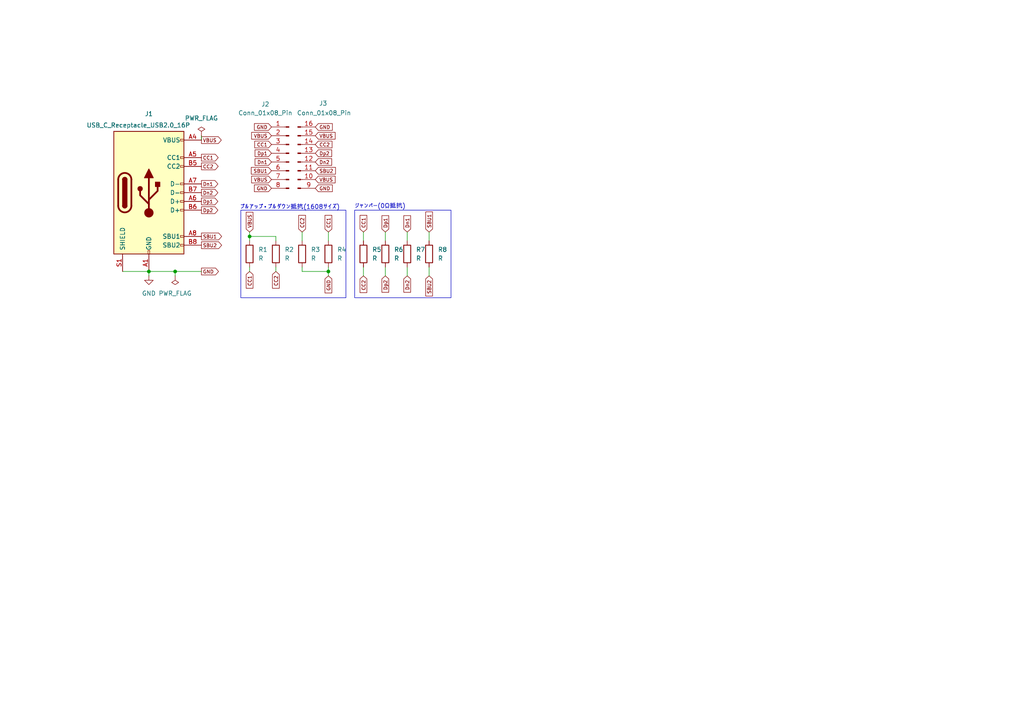
<source format=kicad_sch>
(kicad_sch
	(version 20231120)
	(generator "eeschema")
	(generator_version "8.0")
	(uuid "cccf7ef2-a0da-425d-95e4-3695b6a9bec8")
	(paper "A4")
	(lib_symbols
		(symbol "Conn_01x08_Pin_1"
			(pin_names
				(offset 1.016) hide)
			(exclude_from_sim no)
			(in_bom yes)
			(on_board yes)
			(property "Reference" "J3"
				(at 7.366 14.478 0)
				(effects
					(font
						(size 1.27 1.27)
					)
				)
			)
			(property "Value" "Conn_01x08_Pin"
				(at 7.62 11.684 0)
				(effects
					(font
						(size 1.27 1.27)
					)
				)
			)
			(property "Footprint" ""
				(at 0 0 0)
				(effects
					(font
						(size 1.27 1.27)
					)
					(hide yes)
				)
			)
			(property "Datasheet" "~"
				(at 0 0 0)
				(effects
					(font
						(size 1.27 1.27)
					)
					(hide yes)
				)
			)
			(property "Description" "Generic connector, single row, 01x08, script generated"
				(at 0 0 0)
				(effects
					(font
						(size 1.27 1.27)
					)
					(hide yes)
				)
			)
			(property "ki_locked" ""
				(at 0 0 0)
				(effects
					(font
						(size 1.27 1.27)
					)
				)
			)
			(property "ki_keywords" "connector"
				(at 0 0 0)
				(effects
					(font
						(size 1.27 1.27)
					)
					(hide yes)
				)
			)
			(property "ki_fp_filters" "Connector*:*_1x??_*"
				(at 0 0 0)
				(effects
					(font
						(size 1.27 1.27)
					)
					(hide yes)
				)
			)
			(symbol "Conn_01x08_Pin_1_1_1"
				(polyline
					(pts
						(xy 1.27 -10.16) (xy 0.8636 -10.16)
					)
					(stroke
						(width 0.1524)
						(type default)
					)
					(fill
						(type none)
					)
				)
				(polyline
					(pts
						(xy 1.27 -7.62) (xy 0.8636 -7.62)
					)
					(stroke
						(width 0.1524)
						(type default)
					)
					(fill
						(type none)
					)
				)
				(polyline
					(pts
						(xy 1.27 -5.08) (xy 0.8636 -5.08)
					)
					(stroke
						(width 0.1524)
						(type default)
					)
					(fill
						(type none)
					)
				)
				(polyline
					(pts
						(xy 1.27 -2.54) (xy 0.8636 -2.54)
					)
					(stroke
						(width 0.1524)
						(type default)
					)
					(fill
						(type none)
					)
				)
				(polyline
					(pts
						(xy 1.27 0) (xy 0.8636 0)
					)
					(stroke
						(width 0.1524)
						(type default)
					)
					(fill
						(type none)
					)
				)
				(polyline
					(pts
						(xy 1.27 2.54) (xy 0.8636 2.54)
					)
					(stroke
						(width 0.1524)
						(type default)
					)
					(fill
						(type none)
					)
				)
				(polyline
					(pts
						(xy 1.27 5.08) (xy 0.8636 5.08)
					)
					(stroke
						(width 0.1524)
						(type default)
					)
					(fill
						(type none)
					)
				)
				(polyline
					(pts
						(xy 1.27 7.62) (xy 0.8636 7.62)
					)
					(stroke
						(width 0.1524)
						(type default)
					)
					(fill
						(type none)
					)
				)
				(rectangle
					(start 0.8636 -10.033)
					(end 0 -10.287)
					(stroke
						(width 0.1524)
						(type default)
					)
					(fill
						(type outline)
					)
				)
				(rectangle
					(start 0.8636 -7.493)
					(end 0 -7.747)
					(stroke
						(width 0.1524)
						(type default)
					)
					(fill
						(type outline)
					)
				)
				(rectangle
					(start 0.8636 -4.953)
					(end 0 -5.207)
					(stroke
						(width 0.1524)
						(type default)
					)
					(fill
						(type outline)
					)
				)
				(rectangle
					(start 0.8636 -2.413)
					(end 0 -2.667)
					(stroke
						(width 0.1524)
						(type default)
					)
					(fill
						(type outline)
					)
				)
				(rectangle
					(start 0.8636 0.127)
					(end 0 -0.127)
					(stroke
						(width 0.1524)
						(type default)
					)
					(fill
						(type outline)
					)
				)
				(rectangle
					(start 0.8636 2.667)
					(end 0 2.413)
					(stroke
						(width 0.1524)
						(type default)
					)
					(fill
						(type outline)
					)
				)
				(rectangle
					(start 0.8636 5.207)
					(end 0 4.953)
					(stroke
						(width 0.1524)
						(type default)
					)
					(fill
						(type outline)
					)
				)
				(rectangle
					(start 0.8636 7.747)
					(end 0 7.493)
					(stroke
						(width 0.1524)
						(type default)
					)
					(fill
						(type outline)
					)
				)
				(pin passive line
					(at 5.08 -7.62 180)
					(length 3.81)
					(name "Pin_10"
						(effects
							(font
								(size 1.27 1.27)
							)
						)
					)
					(number "10"
						(effects
							(font
								(size 1.27 1.27)
							)
						)
					)
				)
				(pin passive line
					(at 5.08 -5.08 180)
					(length 3.81)
					(name "Pin_11"
						(effects
							(font
								(size 1.27 1.27)
							)
						)
					)
					(number "11"
						(effects
							(font
								(size 1.27 1.27)
							)
						)
					)
				)
				(pin passive line
					(at 5.08 -2.54 180)
					(length 3.81)
					(name "Pin_12"
						(effects
							(font
								(size 1.27 1.27)
							)
						)
					)
					(number "12"
						(effects
							(font
								(size 1.27 1.27)
							)
						)
					)
				)
				(pin passive line
					(at 5.08 0 180)
					(length 3.81)
					(name "Pin_13"
						(effects
							(font
								(size 1.27 1.27)
							)
						)
					)
					(number "13"
						(effects
							(font
								(size 1.27 1.27)
							)
						)
					)
				)
				(pin passive line
					(at 5.08 2.54 180)
					(length 3.81)
					(name "Pin_14"
						(effects
							(font
								(size 1.27 1.27)
							)
						)
					)
					(number "14"
						(effects
							(font
								(size 1.27 1.27)
							)
						)
					)
				)
				(pin passive line
					(at 5.08 5.08 180)
					(length 3.81)
					(name "Pin_15"
						(effects
							(font
								(size 1.27 1.27)
							)
						)
					)
					(number "15"
						(effects
							(font
								(size 1.27 1.27)
							)
						)
					)
				)
				(pin passive line
					(at 5.08 7.62 180)
					(length 3.81)
					(name "Pin_16"
						(effects
							(font
								(size 1.27 1.27)
							)
						)
					)
					(number "16"
						(effects
							(font
								(size 1.27 1.27)
							)
						)
					)
				)
				(pin passive line
					(at 5.08 -10.16 180)
					(length 3.81)
					(name "Pin_9"
						(effects
							(font
								(size 1.27 1.27)
							)
						)
					)
					(number "9"
						(effects
							(font
								(size 1.27 1.27)
							)
						)
					)
				)
			)
		)
		(symbol "Connector:Conn_01x08_Pin"
			(pin_names
				(offset 1.016) hide)
			(exclude_from_sim no)
			(in_bom yes)
			(on_board yes)
			(property "Reference" "J"
				(at 0 10.16 0)
				(effects
					(font
						(size 1.27 1.27)
					)
				)
			)
			(property "Value" "Conn_01x08_Pin"
				(at 0 -12.7 0)
				(effects
					(font
						(size 1.27 1.27)
					)
				)
			)
			(property "Footprint" ""
				(at 0 0 0)
				(effects
					(font
						(size 1.27 1.27)
					)
					(hide yes)
				)
			)
			(property "Datasheet" "~"
				(at 0 0 0)
				(effects
					(font
						(size 1.27 1.27)
					)
					(hide yes)
				)
			)
			(property "Description" "Generic connector, single row, 01x08, script generated"
				(at 0 0 0)
				(effects
					(font
						(size 1.27 1.27)
					)
					(hide yes)
				)
			)
			(property "ki_locked" ""
				(at 0 0 0)
				(effects
					(font
						(size 1.27 1.27)
					)
				)
			)
			(property "ki_keywords" "connector"
				(at 0 0 0)
				(effects
					(font
						(size 1.27 1.27)
					)
					(hide yes)
				)
			)
			(property "ki_fp_filters" "Connector*:*_1x??_*"
				(at 0 0 0)
				(effects
					(font
						(size 1.27 1.27)
					)
					(hide yes)
				)
			)
			(symbol "Conn_01x08_Pin_1_1"
				(polyline
					(pts
						(xy 1.27 -10.16) (xy 0.8636 -10.16)
					)
					(stroke
						(width 0.1524)
						(type default)
					)
					(fill
						(type none)
					)
				)
				(polyline
					(pts
						(xy 1.27 -7.62) (xy 0.8636 -7.62)
					)
					(stroke
						(width 0.1524)
						(type default)
					)
					(fill
						(type none)
					)
				)
				(polyline
					(pts
						(xy 1.27 -5.08) (xy 0.8636 -5.08)
					)
					(stroke
						(width 0.1524)
						(type default)
					)
					(fill
						(type none)
					)
				)
				(polyline
					(pts
						(xy 1.27 -2.54) (xy 0.8636 -2.54)
					)
					(stroke
						(width 0.1524)
						(type default)
					)
					(fill
						(type none)
					)
				)
				(polyline
					(pts
						(xy 1.27 0) (xy 0.8636 0)
					)
					(stroke
						(width 0.1524)
						(type default)
					)
					(fill
						(type none)
					)
				)
				(polyline
					(pts
						(xy 1.27 2.54) (xy 0.8636 2.54)
					)
					(stroke
						(width 0.1524)
						(type default)
					)
					(fill
						(type none)
					)
				)
				(polyline
					(pts
						(xy 1.27 5.08) (xy 0.8636 5.08)
					)
					(stroke
						(width 0.1524)
						(type default)
					)
					(fill
						(type none)
					)
				)
				(polyline
					(pts
						(xy 1.27 7.62) (xy 0.8636 7.62)
					)
					(stroke
						(width 0.1524)
						(type default)
					)
					(fill
						(type none)
					)
				)
				(rectangle
					(start 0.8636 -10.033)
					(end 0 -10.287)
					(stroke
						(width 0.1524)
						(type default)
					)
					(fill
						(type outline)
					)
				)
				(rectangle
					(start 0.8636 -7.493)
					(end 0 -7.747)
					(stroke
						(width 0.1524)
						(type default)
					)
					(fill
						(type outline)
					)
				)
				(rectangle
					(start 0.8636 -4.953)
					(end 0 -5.207)
					(stroke
						(width 0.1524)
						(type default)
					)
					(fill
						(type outline)
					)
				)
				(rectangle
					(start 0.8636 -2.413)
					(end 0 -2.667)
					(stroke
						(width 0.1524)
						(type default)
					)
					(fill
						(type outline)
					)
				)
				(rectangle
					(start 0.8636 0.127)
					(end 0 -0.127)
					(stroke
						(width 0.1524)
						(type default)
					)
					(fill
						(type outline)
					)
				)
				(rectangle
					(start 0.8636 2.667)
					(end 0 2.413)
					(stroke
						(width 0.1524)
						(type default)
					)
					(fill
						(type outline)
					)
				)
				(rectangle
					(start 0.8636 5.207)
					(end 0 4.953)
					(stroke
						(width 0.1524)
						(type default)
					)
					(fill
						(type outline)
					)
				)
				(rectangle
					(start 0.8636 7.747)
					(end 0 7.493)
					(stroke
						(width 0.1524)
						(type default)
					)
					(fill
						(type outline)
					)
				)
				(pin passive line
					(at 5.08 7.62 180)
					(length 3.81)
					(name "Pin_1"
						(effects
							(font
								(size 1.27 1.27)
							)
						)
					)
					(number "1"
						(effects
							(font
								(size 1.27 1.27)
							)
						)
					)
				)
				(pin passive line
					(at 5.08 5.08 180)
					(length 3.81)
					(name "Pin_2"
						(effects
							(font
								(size 1.27 1.27)
							)
						)
					)
					(number "2"
						(effects
							(font
								(size 1.27 1.27)
							)
						)
					)
				)
				(pin passive line
					(at 5.08 2.54 180)
					(length 3.81)
					(name "Pin_3"
						(effects
							(font
								(size 1.27 1.27)
							)
						)
					)
					(number "3"
						(effects
							(font
								(size 1.27 1.27)
							)
						)
					)
				)
				(pin passive line
					(at 5.08 0 180)
					(length 3.81)
					(name "Pin_4"
						(effects
							(font
								(size 1.27 1.27)
							)
						)
					)
					(number "4"
						(effects
							(font
								(size 1.27 1.27)
							)
						)
					)
				)
				(pin passive line
					(at 5.08 -2.54 180)
					(length 3.81)
					(name "Pin_5"
						(effects
							(font
								(size 1.27 1.27)
							)
						)
					)
					(number "5"
						(effects
							(font
								(size 1.27 1.27)
							)
						)
					)
				)
				(pin passive line
					(at 5.08 -5.08 180)
					(length 3.81)
					(name "Pin_6"
						(effects
							(font
								(size 1.27 1.27)
							)
						)
					)
					(number "6"
						(effects
							(font
								(size 1.27 1.27)
							)
						)
					)
				)
				(pin passive line
					(at 5.08 -7.62 180)
					(length 3.81)
					(name "Pin_7"
						(effects
							(font
								(size 1.27 1.27)
							)
						)
					)
					(number "7"
						(effects
							(font
								(size 1.27 1.27)
							)
						)
					)
				)
				(pin passive line
					(at 5.08 -10.16 180)
					(length 3.81)
					(name "Pin_8"
						(effects
							(font
								(size 1.27 1.27)
							)
						)
					)
					(number "8"
						(effects
							(font
								(size 1.27 1.27)
							)
						)
					)
				)
			)
		)
		(symbol "Connector:USB_C_Receptacle_USB2.0_16P"
			(pin_names
				(offset 1.016)
			)
			(exclude_from_sim no)
			(in_bom yes)
			(on_board yes)
			(property "Reference" "J"
				(at 0 22.225 0)
				(effects
					(font
						(size 1.27 1.27)
					)
				)
			)
			(property "Value" "USB_C_Receptacle_USB2.0_16P"
				(at 0 19.685 0)
				(effects
					(font
						(size 1.27 1.27)
					)
				)
			)
			(property "Footprint" ""
				(at 3.81 0 0)
				(effects
					(font
						(size 1.27 1.27)
					)
					(hide yes)
				)
			)
			(property "Datasheet" "https://www.usb.org/sites/default/files/documents/usb_type-c.zip"
				(at 3.81 0 0)
				(effects
					(font
						(size 1.27 1.27)
					)
					(hide yes)
				)
			)
			(property "Description" "USB 2.0-only 16P Type-C Receptacle connector"
				(at 0 0 0)
				(effects
					(font
						(size 1.27 1.27)
					)
					(hide yes)
				)
			)
			(property "ki_keywords" "usb universal serial bus type-C USB2.0"
				(at 0 0 0)
				(effects
					(font
						(size 1.27 1.27)
					)
					(hide yes)
				)
			)
			(property "ki_fp_filters" "USB*C*Receptacle*"
				(at 0 0 0)
				(effects
					(font
						(size 1.27 1.27)
					)
					(hide yes)
				)
			)
			(symbol "USB_C_Receptacle_USB2.0_16P_0_0"
				(rectangle
					(start -0.254 -17.78)
					(end 0.254 -16.764)
					(stroke
						(width 0)
						(type default)
					)
					(fill
						(type none)
					)
				)
				(rectangle
					(start 10.16 -14.986)
					(end 9.144 -15.494)
					(stroke
						(width 0)
						(type default)
					)
					(fill
						(type none)
					)
				)
				(rectangle
					(start 10.16 -12.446)
					(end 9.144 -12.954)
					(stroke
						(width 0)
						(type default)
					)
					(fill
						(type none)
					)
				)
				(rectangle
					(start 10.16 -4.826)
					(end 9.144 -5.334)
					(stroke
						(width 0)
						(type default)
					)
					(fill
						(type none)
					)
				)
				(rectangle
					(start 10.16 -2.286)
					(end 9.144 -2.794)
					(stroke
						(width 0)
						(type default)
					)
					(fill
						(type none)
					)
				)
				(rectangle
					(start 10.16 0.254)
					(end 9.144 -0.254)
					(stroke
						(width 0)
						(type default)
					)
					(fill
						(type none)
					)
				)
				(rectangle
					(start 10.16 2.794)
					(end 9.144 2.286)
					(stroke
						(width 0)
						(type default)
					)
					(fill
						(type none)
					)
				)
				(rectangle
					(start 10.16 7.874)
					(end 9.144 7.366)
					(stroke
						(width 0)
						(type default)
					)
					(fill
						(type none)
					)
				)
				(rectangle
					(start 10.16 10.414)
					(end 9.144 9.906)
					(stroke
						(width 0)
						(type default)
					)
					(fill
						(type none)
					)
				)
				(rectangle
					(start 10.16 15.494)
					(end 9.144 14.986)
					(stroke
						(width 0)
						(type default)
					)
					(fill
						(type none)
					)
				)
			)
			(symbol "USB_C_Receptacle_USB2.0_16P_0_1"
				(rectangle
					(start -10.16 17.78)
					(end 10.16 -17.78)
					(stroke
						(width 0.254)
						(type default)
					)
					(fill
						(type background)
					)
				)
				(arc
					(start -8.89 -3.81)
					(mid -6.985 -5.7067)
					(end -5.08 -3.81)
					(stroke
						(width 0.508)
						(type default)
					)
					(fill
						(type none)
					)
				)
				(arc
					(start -7.62 -3.81)
					(mid -6.985 -4.4423)
					(end -6.35 -3.81)
					(stroke
						(width 0.254)
						(type default)
					)
					(fill
						(type none)
					)
				)
				(arc
					(start -7.62 -3.81)
					(mid -6.985 -4.4423)
					(end -6.35 -3.81)
					(stroke
						(width 0.254)
						(type default)
					)
					(fill
						(type outline)
					)
				)
				(rectangle
					(start -7.62 -3.81)
					(end -6.35 3.81)
					(stroke
						(width 0.254)
						(type default)
					)
					(fill
						(type outline)
					)
				)
				(arc
					(start -6.35 3.81)
					(mid -6.985 4.4423)
					(end -7.62 3.81)
					(stroke
						(width 0.254)
						(type default)
					)
					(fill
						(type none)
					)
				)
				(arc
					(start -6.35 3.81)
					(mid -6.985 4.4423)
					(end -7.62 3.81)
					(stroke
						(width 0.254)
						(type default)
					)
					(fill
						(type outline)
					)
				)
				(arc
					(start -5.08 3.81)
					(mid -6.985 5.7067)
					(end -8.89 3.81)
					(stroke
						(width 0.508)
						(type default)
					)
					(fill
						(type none)
					)
				)
				(circle
					(center -2.54 1.143)
					(radius 0.635)
					(stroke
						(width 0.254)
						(type default)
					)
					(fill
						(type outline)
					)
				)
				(circle
					(center 0 -5.842)
					(radius 1.27)
					(stroke
						(width 0)
						(type default)
					)
					(fill
						(type outline)
					)
				)
				(polyline
					(pts
						(xy -8.89 -3.81) (xy -8.89 3.81)
					)
					(stroke
						(width 0.508)
						(type default)
					)
					(fill
						(type none)
					)
				)
				(polyline
					(pts
						(xy -5.08 3.81) (xy -5.08 -3.81)
					)
					(stroke
						(width 0.508)
						(type default)
					)
					(fill
						(type none)
					)
				)
				(polyline
					(pts
						(xy 0 -5.842) (xy 0 4.318)
					)
					(stroke
						(width 0.508)
						(type default)
					)
					(fill
						(type none)
					)
				)
				(polyline
					(pts
						(xy 0 -3.302) (xy -2.54 -0.762) (xy -2.54 0.508)
					)
					(stroke
						(width 0.508)
						(type default)
					)
					(fill
						(type none)
					)
				)
				(polyline
					(pts
						(xy 0 -2.032) (xy 2.54 0.508) (xy 2.54 1.778)
					)
					(stroke
						(width 0.508)
						(type default)
					)
					(fill
						(type none)
					)
				)
				(polyline
					(pts
						(xy -1.27 4.318) (xy 0 6.858) (xy 1.27 4.318) (xy -1.27 4.318)
					)
					(stroke
						(width 0.254)
						(type default)
					)
					(fill
						(type outline)
					)
				)
				(rectangle
					(start 1.905 1.778)
					(end 3.175 3.048)
					(stroke
						(width 0.254)
						(type default)
					)
					(fill
						(type outline)
					)
				)
			)
			(symbol "USB_C_Receptacle_USB2.0_16P_1_1"
				(pin passive line
					(at 0 -22.86 90)
					(length 5.08)
					(name "GND"
						(effects
							(font
								(size 1.27 1.27)
							)
						)
					)
					(number "A1"
						(effects
							(font
								(size 1.27 1.27)
							)
						)
					)
				)
				(pin passive line
					(at 0 -22.86 90)
					(length 5.08) hide
					(name "GND"
						(effects
							(font
								(size 1.27 1.27)
							)
						)
					)
					(number "A12"
						(effects
							(font
								(size 1.27 1.27)
							)
						)
					)
				)
				(pin passive line
					(at 15.24 15.24 180)
					(length 5.08)
					(name "VBUS"
						(effects
							(font
								(size 1.27 1.27)
							)
						)
					)
					(number "A4"
						(effects
							(font
								(size 1.27 1.27)
							)
						)
					)
				)
				(pin bidirectional line
					(at 15.24 10.16 180)
					(length 5.08)
					(name "CC1"
						(effects
							(font
								(size 1.27 1.27)
							)
						)
					)
					(number "A5"
						(effects
							(font
								(size 1.27 1.27)
							)
						)
					)
				)
				(pin bidirectional line
					(at 15.24 -2.54 180)
					(length 5.08)
					(name "D+"
						(effects
							(font
								(size 1.27 1.27)
							)
						)
					)
					(number "A6"
						(effects
							(font
								(size 1.27 1.27)
							)
						)
					)
				)
				(pin bidirectional line
					(at 15.24 2.54 180)
					(length 5.08)
					(name "D-"
						(effects
							(font
								(size 1.27 1.27)
							)
						)
					)
					(number "A7"
						(effects
							(font
								(size 1.27 1.27)
							)
						)
					)
				)
				(pin bidirectional line
					(at 15.24 -12.7 180)
					(length 5.08)
					(name "SBU1"
						(effects
							(font
								(size 1.27 1.27)
							)
						)
					)
					(number "A8"
						(effects
							(font
								(size 1.27 1.27)
							)
						)
					)
				)
				(pin passive line
					(at 15.24 15.24 180)
					(length 5.08) hide
					(name "VBUS"
						(effects
							(font
								(size 1.27 1.27)
							)
						)
					)
					(number "A9"
						(effects
							(font
								(size 1.27 1.27)
							)
						)
					)
				)
				(pin passive line
					(at 0 -22.86 90)
					(length 5.08) hide
					(name "GND"
						(effects
							(font
								(size 1.27 1.27)
							)
						)
					)
					(number "B1"
						(effects
							(font
								(size 1.27 1.27)
							)
						)
					)
				)
				(pin passive line
					(at 0 -22.86 90)
					(length 5.08) hide
					(name "GND"
						(effects
							(font
								(size 1.27 1.27)
							)
						)
					)
					(number "B12"
						(effects
							(font
								(size 1.27 1.27)
							)
						)
					)
				)
				(pin passive line
					(at 15.24 15.24 180)
					(length 5.08) hide
					(name "VBUS"
						(effects
							(font
								(size 1.27 1.27)
							)
						)
					)
					(number "B4"
						(effects
							(font
								(size 1.27 1.27)
							)
						)
					)
				)
				(pin bidirectional line
					(at 15.24 7.62 180)
					(length 5.08)
					(name "CC2"
						(effects
							(font
								(size 1.27 1.27)
							)
						)
					)
					(number "B5"
						(effects
							(font
								(size 1.27 1.27)
							)
						)
					)
				)
				(pin bidirectional line
					(at 15.24 -5.08 180)
					(length 5.08)
					(name "D+"
						(effects
							(font
								(size 1.27 1.27)
							)
						)
					)
					(number "B6"
						(effects
							(font
								(size 1.27 1.27)
							)
						)
					)
				)
				(pin bidirectional line
					(at 15.24 0 180)
					(length 5.08)
					(name "D-"
						(effects
							(font
								(size 1.27 1.27)
							)
						)
					)
					(number "B7"
						(effects
							(font
								(size 1.27 1.27)
							)
						)
					)
				)
				(pin bidirectional line
					(at 15.24 -15.24 180)
					(length 5.08)
					(name "SBU2"
						(effects
							(font
								(size 1.27 1.27)
							)
						)
					)
					(number "B8"
						(effects
							(font
								(size 1.27 1.27)
							)
						)
					)
				)
				(pin passive line
					(at 15.24 15.24 180)
					(length 5.08) hide
					(name "VBUS"
						(effects
							(font
								(size 1.27 1.27)
							)
						)
					)
					(number "B9"
						(effects
							(font
								(size 1.27 1.27)
							)
						)
					)
				)
				(pin passive line
					(at -7.62 -22.86 90)
					(length 5.08)
					(name "SHIELD"
						(effects
							(font
								(size 1.27 1.27)
							)
						)
					)
					(number "S1"
						(effects
							(font
								(size 1.27 1.27)
							)
						)
					)
				)
			)
		)
		(symbol "Device:R"
			(pin_numbers hide)
			(pin_names
				(offset 0)
			)
			(exclude_from_sim no)
			(in_bom yes)
			(on_board yes)
			(property "Reference" "R"
				(at 2.032 0 90)
				(effects
					(font
						(size 1.27 1.27)
					)
				)
			)
			(property "Value" "R"
				(at 0 0 90)
				(effects
					(font
						(size 1.27 1.27)
					)
				)
			)
			(property "Footprint" ""
				(at -1.778 0 90)
				(effects
					(font
						(size 1.27 1.27)
					)
					(hide yes)
				)
			)
			(property "Datasheet" "~"
				(at 0 0 0)
				(effects
					(font
						(size 1.27 1.27)
					)
					(hide yes)
				)
			)
			(property "Description" "Resistor"
				(at 0 0 0)
				(effects
					(font
						(size 1.27 1.27)
					)
					(hide yes)
				)
			)
			(property "ki_keywords" "R res resistor"
				(at 0 0 0)
				(effects
					(font
						(size 1.27 1.27)
					)
					(hide yes)
				)
			)
			(property "ki_fp_filters" "R_*"
				(at 0 0 0)
				(effects
					(font
						(size 1.27 1.27)
					)
					(hide yes)
				)
			)
			(symbol "R_0_1"
				(rectangle
					(start -1.016 -2.54)
					(end 1.016 2.54)
					(stroke
						(width 0.254)
						(type default)
					)
					(fill
						(type none)
					)
				)
			)
			(symbol "R_1_1"
				(pin passive line
					(at 0 3.81 270)
					(length 1.27)
					(name "~"
						(effects
							(font
								(size 1.27 1.27)
							)
						)
					)
					(number "1"
						(effects
							(font
								(size 1.27 1.27)
							)
						)
					)
				)
				(pin passive line
					(at 0 -3.81 90)
					(length 1.27)
					(name "~"
						(effects
							(font
								(size 1.27 1.27)
							)
						)
					)
					(number "2"
						(effects
							(font
								(size 1.27 1.27)
							)
						)
					)
				)
			)
		)
		(symbol "power:GND"
			(power)
			(pin_numbers hide)
			(pin_names
				(offset 0) hide)
			(exclude_from_sim no)
			(in_bom yes)
			(on_board yes)
			(property "Reference" "#PWR"
				(at 0 -6.35 0)
				(effects
					(font
						(size 1.27 1.27)
					)
					(hide yes)
				)
			)
			(property "Value" "GND"
				(at 0 -3.81 0)
				(effects
					(font
						(size 1.27 1.27)
					)
				)
			)
			(property "Footprint" ""
				(at 0 0 0)
				(effects
					(font
						(size 1.27 1.27)
					)
					(hide yes)
				)
			)
			(property "Datasheet" ""
				(at 0 0 0)
				(effects
					(font
						(size 1.27 1.27)
					)
					(hide yes)
				)
			)
			(property "Description" "Power symbol creates a global label with name \"GND\" , ground"
				(at 0 0 0)
				(effects
					(font
						(size 1.27 1.27)
					)
					(hide yes)
				)
			)
			(property "ki_keywords" "global power"
				(at 0 0 0)
				(effects
					(font
						(size 1.27 1.27)
					)
					(hide yes)
				)
			)
			(symbol "GND_0_1"
				(polyline
					(pts
						(xy 0 0) (xy 0 -1.27) (xy 1.27 -1.27) (xy 0 -2.54) (xy -1.27 -1.27) (xy 0 -1.27)
					)
					(stroke
						(width 0)
						(type default)
					)
					(fill
						(type none)
					)
				)
			)
			(symbol "GND_1_1"
				(pin power_in line
					(at 0 0 270)
					(length 0)
					(name "~"
						(effects
							(font
								(size 1.27 1.27)
							)
						)
					)
					(number "1"
						(effects
							(font
								(size 1.27 1.27)
							)
						)
					)
				)
			)
		)
		(symbol "power:PWR_FLAG"
			(power)
			(pin_numbers hide)
			(pin_names
				(offset 0) hide)
			(exclude_from_sim no)
			(in_bom yes)
			(on_board yes)
			(property "Reference" "#FLG"
				(at 0 1.905 0)
				(effects
					(font
						(size 1.27 1.27)
					)
					(hide yes)
				)
			)
			(property "Value" "PWR_FLAG"
				(at 0 3.81 0)
				(effects
					(font
						(size 1.27 1.27)
					)
				)
			)
			(property "Footprint" ""
				(at 0 0 0)
				(effects
					(font
						(size 1.27 1.27)
					)
					(hide yes)
				)
			)
			(property "Datasheet" "~"
				(at 0 0 0)
				(effects
					(font
						(size 1.27 1.27)
					)
					(hide yes)
				)
			)
			(property "Description" "Special symbol for telling ERC where power comes from"
				(at 0 0 0)
				(effects
					(font
						(size 1.27 1.27)
					)
					(hide yes)
				)
			)
			(property "ki_keywords" "flag power"
				(at 0 0 0)
				(effects
					(font
						(size 1.27 1.27)
					)
					(hide yes)
				)
			)
			(symbol "PWR_FLAG_0_0"
				(pin power_out line
					(at 0 0 90)
					(length 0)
					(name "~"
						(effects
							(font
								(size 1.27 1.27)
							)
						)
					)
					(number "1"
						(effects
							(font
								(size 1.27 1.27)
							)
						)
					)
				)
			)
			(symbol "PWR_FLAG_0_1"
				(polyline
					(pts
						(xy 0 0) (xy 0 1.27) (xy -1.016 1.905) (xy 0 2.54) (xy 1.016 1.905) (xy 0 1.27)
					)
					(stroke
						(width 0)
						(type default)
					)
					(fill
						(type none)
					)
				)
			)
		)
	)
	(junction
		(at 50.8 78.74)
		(diameter 0)
		(color 0 0 0 0)
		(uuid "1a282f15-138f-4ddc-852e-4eca2dd06aa5")
	)
	(junction
		(at 43.18 78.74)
		(diameter 0)
		(color 0 0 0 0)
		(uuid "4544ccf2-94a7-4f81-885f-2d0b29d36453")
	)
	(junction
		(at 72.39 68.58)
		(diameter 0)
		(color 0 0 0 0)
		(uuid "d62905ee-866f-4c8a-a543-4ee45417e982")
	)
	(junction
		(at 95.25 78.74)
		(diameter 0)
		(color 0 0 0 0)
		(uuid "daeca57c-2001-46b3-b8a3-0e7a29213adf")
	)
	(wire
		(pts
			(xy 87.63 67.31) (xy 87.63 69.85)
		)
		(stroke
			(width 0)
			(type default)
		)
		(uuid "1a255ae6-7e94-453a-9c48-b0a10815d618")
	)
	(wire
		(pts
			(xy 58.42 78.74) (xy 50.8 78.74)
		)
		(stroke
			(width 0)
			(type default)
		)
		(uuid "203ef190-2cfa-4b11-8468-ea314034e77c")
	)
	(wire
		(pts
			(xy 80.01 77.47) (xy 80.01 78.74)
		)
		(stroke
			(width 0)
			(type default)
		)
		(uuid "39559010-7396-4388-97dd-249ee900e878")
	)
	(wire
		(pts
			(xy 118.11 77.47) (xy 118.11 80.01)
		)
		(stroke
			(width 0)
			(type default)
		)
		(uuid "3c9b892c-7133-4ae6-9f93-dd7908473647")
	)
	(wire
		(pts
			(xy 87.63 78.74) (xy 87.63 77.47)
		)
		(stroke
			(width 0)
			(type default)
		)
		(uuid "4bb9b17f-6b8a-4786-934c-dbd8c6188adf")
	)
	(wire
		(pts
			(xy 111.76 67.31) (xy 111.76 69.85)
		)
		(stroke
			(width 0)
			(type default)
		)
		(uuid "4d03c00a-55c3-4387-a1ec-629a60b35c02")
	)
	(wire
		(pts
			(xy 118.11 67.31) (xy 118.11 69.85)
		)
		(stroke
			(width 0)
			(type default)
		)
		(uuid "5477ed00-4218-4d7c-b222-bdeee0329ba6")
	)
	(wire
		(pts
			(xy 105.41 77.47) (xy 105.41 80.01)
		)
		(stroke
			(width 0)
			(type default)
		)
		(uuid "550c677f-27b0-4875-a24e-b98db59778cb")
	)
	(wire
		(pts
			(xy 95.25 78.74) (xy 95.25 80.01)
		)
		(stroke
			(width 0)
			(type default)
		)
		(uuid "582ee3c6-e48a-4b6a-8728-55a16620ea56")
	)
	(wire
		(pts
			(xy 87.63 78.74) (xy 95.25 78.74)
		)
		(stroke
			(width 0)
			(type default)
		)
		(uuid "5aec3eff-1b15-4ede-810f-3a8704c0121e")
	)
	(wire
		(pts
			(xy 72.39 67.31) (xy 72.39 68.58)
		)
		(stroke
			(width 0)
			(type default)
		)
		(uuid "5c0953d4-bb8a-4686-9b81-7d1cb9030a5a")
	)
	(wire
		(pts
			(xy 72.39 78.74) (xy 72.39 77.47)
		)
		(stroke
			(width 0)
			(type default)
		)
		(uuid "66f782bf-e03e-4a03-b396-8a06345f5f72")
	)
	(wire
		(pts
			(xy 95.25 77.47) (xy 95.25 78.74)
		)
		(stroke
			(width 0)
			(type default)
		)
		(uuid "85fff02b-de28-4aa1-83d1-852fb5785c1c")
	)
	(wire
		(pts
			(xy 35.56 78.74) (xy 43.18 78.74)
		)
		(stroke
			(width 0)
			(type default)
		)
		(uuid "89ff8ed5-2ce4-497f-98ce-ed3b3c56db35")
	)
	(wire
		(pts
			(xy 50.8 80.01) (xy 50.8 78.74)
		)
		(stroke
			(width 0)
			(type default)
		)
		(uuid "8e339462-71c2-4b4e-8497-297651c701dc")
	)
	(wire
		(pts
			(xy 50.8 78.74) (xy 43.18 78.74)
		)
		(stroke
			(width 0)
			(type default)
		)
		(uuid "8e432359-bce1-4af5-ba07-60fe4aa93e85")
	)
	(wire
		(pts
			(xy 58.42 39.37) (xy 58.42 40.64)
		)
		(stroke
			(width 0)
			(type default)
		)
		(uuid "93c2f0da-9b5d-4dfd-87cc-22baf4e0f1dc")
	)
	(wire
		(pts
			(xy 105.41 67.31) (xy 105.41 69.85)
		)
		(stroke
			(width 0)
			(type default)
		)
		(uuid "96e3bc41-4817-49ff-9c6b-9fd109c5ba7d")
	)
	(wire
		(pts
			(xy 124.46 77.47) (xy 124.46 80.01)
		)
		(stroke
			(width 0)
			(type default)
		)
		(uuid "aa3aee6b-219e-4301-9b34-ce65abb348c6")
	)
	(wire
		(pts
			(xy 72.39 68.58) (xy 80.01 68.58)
		)
		(stroke
			(width 0)
			(type default)
		)
		(uuid "c1a33c24-975d-49ef-9bde-748b636ba16f")
	)
	(wire
		(pts
			(xy 80.01 68.58) (xy 80.01 69.85)
		)
		(stroke
			(width 0)
			(type default)
		)
		(uuid "cfd4350d-2ae1-42dd-b154-8bcfe1f106bc")
	)
	(wire
		(pts
			(xy 43.18 78.74) (xy 43.18 80.01)
		)
		(stroke
			(width 0)
			(type default)
		)
		(uuid "d4b8631c-b20a-4a88-9b77-22310c310e66")
	)
	(wire
		(pts
			(xy 72.39 68.58) (xy 72.39 69.85)
		)
		(stroke
			(width 0)
			(type default)
		)
		(uuid "eb1874e9-d5c3-4edb-87e5-60730523440b")
	)
	(wire
		(pts
			(xy 111.76 77.47) (xy 111.76 80.01)
		)
		(stroke
			(width 0)
			(type default)
		)
		(uuid "f3766d79-b983-4c69-a3ac-e237c99edc7e")
	)
	(wire
		(pts
			(xy 124.46 67.31) (xy 124.46 69.85)
		)
		(stroke
			(width 0)
			(type default)
		)
		(uuid "fbeb81b0-1ad1-49a8-ba01-32302a7c71d0")
	)
	(wire
		(pts
			(xy 95.25 67.31) (xy 95.25 69.85)
		)
		(stroke
			(width 0)
			(type default)
		)
		(uuid "fdb1116b-0824-4b3f-9912-be5cd5afd573")
	)
	(rectangle
		(start 69.85 60.96)
		(end 100.33 86.36)
		(stroke
			(width 0)
			(type default)
		)
		(fill
			(type none)
		)
		(uuid 03798231-d164-41b0-a69f-afe92c2c5574)
	)
	(rectangle
		(start 102.87 60.96)
		(end 130.81 86.36)
		(stroke
			(width 0)
			(type default)
		)
		(fill
			(type none)
		)
		(uuid fb68a2e2-59a9-43ab-9ba1-0682bb3ee4f2)
	)
	(text "プルアップ・プルダウン抵抗(1608サイズ)"
		(exclude_from_sim no)
		(at 84.074 60.198 0)
		(effects
			(font
				(size 1.27 1.27)
			)
		)
		(uuid "5179c705-4a53-4f9b-9a9e-5bd774b5b5f9")
	)
	(text "ジャンパー(0Ω抵抗)"
		(exclude_from_sim no)
		(at 110.236 59.944 0)
		(effects
			(font
				(size 1.27 1.27)
			)
		)
		(uuid "5a0f8b56-55c8-4b6e-8672-7ace9d877e38")
	)
	(global_label "CC2"
		(shape input)
		(at 87.63 67.31 90)
		(fields_autoplaced yes)
		(effects
			(font
				(size 1 1)
			)
			(justify left)
		)
		(uuid "1010ba8a-ee20-45a7-9532-5dc1e6bf55e0")
		(property "Intersheetrefs" "${INTERSHEET_REFS}"
			(at 87.63 62.0073 90)
			(effects
				(font
					(size 1.27 1.27)
				)
				(justify left)
				(hide yes)
			)
		)
	)
	(global_label "CC1"
		(shape input)
		(at 95.25 67.31 90)
		(fields_autoplaced yes)
		(effects
			(font
				(size 1 1)
			)
			(justify left)
		)
		(uuid "16b8d877-a964-4b60-b1e6-d11c068b546c")
		(property "Intersheetrefs" "${INTERSHEET_REFS}"
			(at 95.25 62.0073 90)
			(effects
				(font
					(size 1.27 1.27)
				)
				(justify left)
				(hide yes)
			)
		)
	)
	(global_label "CC1"
		(shape input)
		(at 105.41 67.31 90)
		(fields_autoplaced yes)
		(effects
			(font
				(size 1 1)
			)
			(justify left)
		)
		(uuid "1931095c-491a-4129-b99e-4cec5f36944c")
		(property "Intersheetrefs" "${INTERSHEET_REFS}"
			(at 105.41 62.0073 90)
			(effects
				(font
					(size 1.27 1.27)
				)
				(justify left)
				(hide yes)
			)
		)
	)
	(global_label "Dp2"
		(shape input)
		(at 111.76 80.01 270)
		(fields_autoplaced yes)
		(effects
			(font
				(size 1 1)
			)
			(justify right)
		)
		(uuid "218ca1d8-8a86-4746-b373-f5c0571fab6e")
		(property "Intersheetrefs" "${INTERSHEET_REFS}"
			(at 111.76 85.2175 90)
			(effects
				(font
					(size 1.27 1.27)
				)
				(justify right)
				(hide yes)
			)
		)
	)
	(global_label "GND"
		(shape input)
		(at 91.44 54.61 0)
		(fields_autoplaced yes)
		(effects
			(font
				(size 1 1)
			)
			(justify left)
		)
		(uuid "332c2025-6be1-4654-aa6c-946d7bbe49cf")
		(property "Intersheetrefs" "${INTERSHEET_REFS}"
			(at 96.8379 54.61 0)
			(effects
				(font
					(size 1.27 1.27)
				)
				(justify left)
				(hide yes)
			)
		)
	)
	(global_label "Dn1"
		(shape input)
		(at 78.74 46.99 180)
		(fields_autoplaced yes)
		(effects
			(font
				(size 1 1)
			)
			(justify right)
		)
		(uuid "3b6ce3f8-5bb4-44fe-b7ab-9eb1fae1b93f")
		(property "Intersheetrefs" "${INTERSHEET_REFS}"
			(at 73.5325 46.99 0)
			(effects
				(font
					(size 1.27 1.27)
				)
				(justify right)
				(hide yes)
			)
		)
	)
	(global_label "CC1"
		(shape input)
		(at 72.39 78.74 270)
		(fields_autoplaced yes)
		(effects
			(font
				(size 1 1)
			)
			(justify right)
		)
		(uuid "3cf27731-7ff8-4139-a919-51df60c9d2c9")
		(property "Intersheetrefs" "${INTERSHEET_REFS}"
			(at 72.39 84.0427 90)
			(effects
				(font
					(size 1.27 1.27)
				)
				(justify right)
				(hide yes)
			)
		)
	)
	(global_label "VBUS"
		(shape output)
		(at 58.42 40.64 0)
		(fields_autoplaced yes)
		(effects
			(font
				(size 1 1)
			)
			(justify left)
		)
		(uuid "3e73a714-87e3-4959-bfb9-ec1b0ab3b015")
		(property "Intersheetrefs" "${INTERSHEET_REFS}"
			(at 64.6274 40.64 0)
			(effects
				(font
					(size 1.27 1.27)
				)
				(justify left)
				(hide yes)
			)
		)
	)
	(global_label "VBUS"
		(shape input)
		(at 78.74 52.07 180)
		(fields_autoplaced yes)
		(effects
			(font
				(size 1 1)
			)
			(justify right)
		)
		(uuid "4acd6a89-9f51-462f-bd93-8117837d953b")
		(property "Intersheetrefs" "${INTERSHEET_REFS}"
			(at 72.5326 52.07 0)
			(effects
				(font
					(size 1.27 1.27)
				)
				(justify right)
				(hide yes)
			)
		)
	)
	(global_label "SBU1"
		(shape input)
		(at 78.74 49.53 180)
		(fields_autoplaced yes)
		(effects
			(font
				(size 1 1)
			)
			(justify right)
		)
		(uuid "542f2985-26b8-42c4-9095-23fb4e815f7b")
		(property "Intersheetrefs" "${INTERSHEET_REFS}"
			(at 72.4373 49.53 0)
			(effects
				(font
					(size 1.27 1.27)
				)
				(justify right)
				(hide yes)
			)
		)
	)
	(global_label "SBU2"
		(shape input)
		(at 91.44 49.53 0)
		(fields_autoplaced yes)
		(effects
			(font
				(size 1 1)
			)
			(justify left)
		)
		(uuid "55f9d13b-20d8-48d4-ace2-764742f4027c")
		(property "Intersheetrefs" "${INTERSHEET_REFS}"
			(at 97.7427 49.53 0)
			(effects
				(font
					(size 1.27 1.27)
				)
				(justify left)
				(hide yes)
			)
		)
	)
	(global_label "Dn1"
		(shape input)
		(at 118.11 67.31 90)
		(fields_autoplaced yes)
		(effects
			(font
				(size 1 1)
			)
			(justify left)
		)
		(uuid "5867db9c-8379-4f33-a75d-369e1b4e2785")
		(property "Intersheetrefs" "${INTERSHEET_REFS}"
			(at 118.11 62.1025 90)
			(effects
				(font
					(size 1.27 1.27)
				)
				(justify left)
				(hide yes)
			)
		)
	)
	(global_label "SBU1"
		(shape input)
		(at 124.46 67.31 90)
		(fields_autoplaced yes)
		(effects
			(font
				(size 1 1)
			)
			(justify left)
		)
		(uuid "5d7e4f67-e04d-44a7-9aea-62853d843519")
		(property "Intersheetrefs" "${INTERSHEET_REFS}"
			(at 124.46 61.0073 90)
			(effects
				(font
					(size 1.27 1.27)
				)
				(justify left)
				(hide yes)
			)
		)
	)
	(global_label "GND"
		(shape input)
		(at 78.74 54.61 180)
		(fields_autoplaced yes)
		(effects
			(font
				(size 1 1)
			)
			(justify right)
		)
		(uuid "5e815392-daee-42ed-8664-b4dd13027f86")
		(property "Intersheetrefs" "${INTERSHEET_REFS}"
			(at 73.3421 54.61 0)
			(effects
				(font
					(size 1.27 1.27)
				)
				(justify right)
				(hide yes)
			)
		)
	)
	(global_label "GND"
		(shape output)
		(at 58.42 78.74 0)
		(fields_autoplaced yes)
		(effects
			(font
				(size 1 1)
			)
			(justify left)
		)
		(uuid "601e77e7-4e6e-43e5-9833-5b6c2fc76e95")
		(property "Intersheetrefs" "${INTERSHEET_REFS}"
			(at 63.8179 78.74 0)
			(effects
				(font
					(size 1.27 1.27)
				)
				(justify left)
				(hide yes)
			)
		)
	)
	(global_label "Dp2"
		(shape output)
		(at 58.42 60.96 0)
		(fields_autoplaced yes)
		(effects
			(font
				(size 1 1)
			)
			(justify left)
		)
		(uuid "650bb327-5faa-42ff-8d78-9c16b6b8fb2d")
		(property "Intersheetrefs" "${INTERSHEET_REFS}"
			(at 63.6275 60.96 0)
			(effects
				(font
					(size 1.27 1.27)
				)
				(justify left)
				(hide yes)
			)
		)
	)
	(global_label "VBUS"
		(shape input)
		(at 72.39 67.31 90)
		(fields_autoplaced yes)
		(effects
			(font
				(size 1 1)
			)
			(justify left)
		)
		(uuid "66897083-6d70-4cd1-8ec8-109d3020ac05")
		(property "Intersheetrefs" "${INTERSHEET_REFS}"
			(at 72.39 61.1026 90)
			(effects
				(font
					(size 1.27 1.27)
				)
				(justify left)
				(hide yes)
			)
		)
	)
	(global_label "CC2"
		(shape input)
		(at 105.41 80.01 270)
		(fields_autoplaced yes)
		(effects
			(font
				(size 1 1)
			)
			(justify right)
		)
		(uuid "6e4dd7e4-184e-421f-84b8-007f0f9bf0a7")
		(property "Intersheetrefs" "${INTERSHEET_REFS}"
			(at 105.41 85.3127 90)
			(effects
				(font
					(size 1.27 1.27)
				)
				(justify right)
				(hide yes)
			)
		)
	)
	(global_label "GND"
		(shape input)
		(at 78.74 36.83 180)
		(fields_autoplaced yes)
		(effects
			(font
				(size 1 1)
			)
			(justify right)
		)
		(uuid "77ba9a4c-191f-4927-be0b-52cdef625689")
		(property "Intersheetrefs" "${INTERSHEET_REFS}"
			(at 73.3421 36.83 0)
			(effects
				(font
					(size 1.27 1.27)
				)
				(justify right)
				(hide yes)
			)
		)
	)
	(global_label "CC1"
		(shape output)
		(at 58.42 45.72 0)
		(fields_autoplaced yes)
		(effects
			(font
				(size 1 1)
			)
			(justify left)
		)
		(uuid "80975951-aaf1-4b6a-b6ef-f4f96003d261")
		(property "Intersheetrefs" "${INTERSHEET_REFS}"
			(at 63.7227 45.72 0)
			(effects
				(font
					(size 1.27 1.27)
				)
				(justify left)
				(hide yes)
			)
		)
	)
	(global_label "GND"
		(shape input)
		(at 95.25 80.01 270)
		(fields_autoplaced yes)
		(effects
			(font
				(size 1 1)
			)
			(justify right)
		)
		(uuid "8421d27f-99f5-4004-bee4-7b8503076c8e")
		(property "Intersheetrefs" "${INTERSHEET_REFS}"
			(at 95.25 85.4079 90)
			(effects
				(font
					(size 1.27 1.27)
				)
				(justify right)
				(hide yes)
			)
		)
	)
	(global_label "VBUS"
		(shape input)
		(at 91.44 52.07 0)
		(fields_autoplaced yes)
		(effects
			(font
				(size 1 1)
			)
			(justify left)
		)
		(uuid "84253374-759c-4242-85d0-e54ed6fdea59")
		(property "Intersheetrefs" "${INTERSHEET_REFS}"
			(at 97.6474 52.07 0)
			(effects
				(font
					(size 1.27 1.27)
				)
				(justify left)
				(hide yes)
			)
		)
	)
	(global_label "Dn2"
		(shape input)
		(at 91.44 46.99 0)
		(fields_autoplaced yes)
		(effects
			(font
				(size 1 1)
			)
			(justify left)
		)
		(uuid "85559f99-fc3d-42d0-8fb2-1db824999edb")
		(property "Intersheetrefs" "${INTERSHEET_REFS}"
			(at 96.6475 46.99 0)
			(effects
				(font
					(size 1.27 1.27)
				)
				(justify left)
				(hide yes)
			)
		)
	)
	(global_label "Dn1"
		(shape output)
		(at 58.42 53.34 0)
		(fields_autoplaced yes)
		(effects
			(font
				(size 1 1)
			)
			(justify left)
		)
		(uuid "861bd918-da34-41ca-bc6f-eb669db89e8b")
		(property "Intersheetrefs" "${INTERSHEET_REFS}"
			(at 63.6275 53.34 0)
			(effects
				(font
					(size 1.27 1.27)
				)
				(justify left)
				(hide yes)
			)
		)
	)
	(global_label "SBU2"
		(shape input)
		(at 124.46 80.01 270)
		(fields_autoplaced yes)
		(effects
			(font
				(size 1 1)
			)
			(justify right)
		)
		(uuid "987c8ed5-d83d-4e94-ab9c-c67e77233d39")
		(property "Intersheetrefs" "${INTERSHEET_REFS}"
			(at 124.46 86.3127 90)
			(effects
				(font
					(size 1.27 1.27)
				)
				(justify right)
				(hide yes)
			)
		)
	)
	(global_label "SBU1"
		(shape output)
		(at 58.42 68.58 0)
		(fields_autoplaced yes)
		(effects
			(font
				(size 1 1)
			)
			(justify left)
		)
		(uuid "9e42cb78-f93a-4bc7-b9ab-ecaeb5ddc89c")
		(property "Intersheetrefs" "${INTERSHEET_REFS}"
			(at 64.7227 68.58 0)
			(effects
				(font
					(size 1.27 1.27)
				)
				(justify left)
				(hide yes)
			)
		)
	)
	(global_label "CC1"
		(shape input)
		(at 78.74 41.91 180)
		(fields_autoplaced yes)
		(effects
			(font
				(size 1 1)
			)
			(justify right)
		)
		(uuid "a2e0ca0b-29d3-4595-8558-54f6bcc56da4")
		(property "Intersheetrefs" "${INTERSHEET_REFS}"
			(at 73.4373 41.91 0)
			(effects
				(font
					(size 1.27 1.27)
				)
				(justify right)
				(hide yes)
			)
		)
	)
	(global_label "Dn2"
		(shape input)
		(at 118.11 80.01 270)
		(fields_autoplaced yes)
		(effects
			(font
				(size 1 1)
			)
			(justify right)
		)
		(uuid "a70a8d9f-d899-4750-a20d-a4fbfffb7fb0")
		(property "Intersheetrefs" "${INTERSHEET_REFS}"
			(at 118.11 85.2175 90)
			(effects
				(font
					(size 1.27 1.27)
				)
				(justify right)
				(hide yes)
			)
		)
	)
	(global_label "Dp1"
		(shape input)
		(at 111.76 67.31 90)
		(fields_autoplaced yes)
		(effects
			(font
				(size 1 1)
			)
			(justify left)
		)
		(uuid "af36c733-8815-4ddc-bc92-9a151527e35a")
		(property "Intersheetrefs" "${INTERSHEET_REFS}"
			(at 111.76 62.1025 90)
			(effects
				(font
					(size 1.27 1.27)
				)
				(justify left)
				(hide yes)
			)
		)
	)
	(global_label "Dp1"
		(shape input)
		(at 78.74 44.45 180)
		(fields_autoplaced yes)
		(effects
			(font
				(size 1 1)
			)
			(justify right)
		)
		(uuid "b0f81ad5-4c5f-4828-bdd2-8961201d0769")
		(property "Intersheetrefs" "${INTERSHEET_REFS}"
			(at 73.5325 44.45 0)
			(effects
				(font
					(size 1.27 1.27)
				)
				(justify right)
				(hide yes)
			)
		)
	)
	(global_label "Dp1"
		(shape output)
		(at 58.42 58.42 0)
		(fields_autoplaced yes)
		(effects
			(font
				(size 1 1)
			)
			(justify left)
		)
		(uuid "b936d077-60e8-4785-901e-dc4d9f3e601c")
		(property "Intersheetrefs" "${INTERSHEET_REFS}"
			(at 63.6275 58.42 0)
			(effects
				(font
					(size 1.27 1.27)
				)
				(justify left)
				(hide yes)
			)
		)
	)
	(global_label "VBUS"
		(shape input)
		(at 78.74 39.37 180)
		(fields_autoplaced yes)
		(effects
			(font
				(size 1 1)
			)
			(justify right)
		)
		(uuid "ba631f5e-2010-4131-b3d7-2386847335e7")
		(property "Intersheetrefs" "${INTERSHEET_REFS}"
			(at 72.5326 39.37 0)
			(effects
				(font
					(size 1.27 1.27)
				)
				(justify right)
				(hide yes)
			)
		)
	)
	(global_label "CC2"
		(shape input)
		(at 80.01 78.74 270)
		(fields_autoplaced yes)
		(effects
			(font
				(size 1 1)
			)
			(justify right)
		)
		(uuid "c25d5797-18ac-49cd-a7d3-01e522df632b")
		(property "Intersheetrefs" "${INTERSHEET_REFS}"
			(at 80.01 84.0427 90)
			(effects
				(font
					(size 1.27 1.27)
				)
				(justify right)
				(hide yes)
			)
		)
	)
	(global_label "GND"
		(shape input)
		(at 91.44 36.83 0)
		(fields_autoplaced yes)
		(effects
			(font
				(size 1 1)
			)
			(justify left)
		)
		(uuid "c3aed8d0-c354-452c-9ef1-d59ee79291e4")
		(property "Intersheetrefs" "${INTERSHEET_REFS}"
			(at 96.8379 36.83 0)
			(effects
				(font
					(size 1.27 1.27)
				)
				(justify left)
				(hide yes)
			)
		)
	)
	(global_label "Dp2"
		(shape input)
		(at 91.44 44.45 0)
		(fields_autoplaced yes)
		(effects
			(font
				(size 1 1)
			)
			(justify left)
		)
		(uuid "c9d69122-d87f-431d-918b-f62f53eb77a6")
		(property "Intersheetrefs" "${INTERSHEET_REFS}"
			(at 96.6475 44.45 0)
			(effects
				(font
					(size 1.27 1.27)
				)
				(justify left)
				(hide yes)
			)
		)
	)
	(global_label "VBUS"
		(shape input)
		(at 91.44 39.37 0)
		(fields_autoplaced yes)
		(effects
			(font
				(size 1 1)
			)
			(justify left)
		)
		(uuid "ccb1ce1e-52f4-4b27-92c5-585196f07c98")
		(property "Intersheetrefs" "${INTERSHEET_REFS}"
			(at 97.6474 39.37 0)
			(effects
				(font
					(size 1.27 1.27)
				)
				(justify left)
				(hide yes)
			)
		)
	)
	(global_label "CC2"
		(shape output)
		(at 58.42 48.26 0)
		(fields_autoplaced yes)
		(effects
			(font
				(size 1 1)
			)
			(justify left)
		)
		(uuid "d4a2a5fe-15c3-44ca-967c-a9a9e323d6ad")
		(property "Intersheetrefs" "${INTERSHEET_REFS}"
			(at 63.7227 48.26 0)
			(effects
				(font
					(size 1.27 1.27)
				)
				(justify left)
				(hide yes)
			)
		)
	)
	(global_label "Dn2"
		(shape output)
		(at 58.42 55.88 0)
		(fields_autoplaced yes)
		(effects
			(font
				(size 1 1)
			)
			(justify left)
		)
		(uuid "da9568c0-891b-4599-aa63-6396999cbf00")
		(property "Intersheetrefs" "${INTERSHEET_REFS}"
			(at 63.6275 55.88 0)
			(effects
				(font
					(size 1.27 1.27)
				)
				(justify left)
				(hide yes)
			)
		)
	)
	(global_label "CC2"
		(shape input)
		(at 91.44 41.91 0)
		(fields_autoplaced yes)
		(effects
			(font
				(size 1 1)
			)
			(justify left)
		)
		(uuid "f3b7255f-af85-4817-ba58-162415ab506b")
		(property "Intersheetrefs" "${INTERSHEET_REFS}"
			(at 96.7427 41.91 0)
			(effects
				(font
					(size 1.27 1.27)
				)
				(justify left)
				(hide yes)
			)
		)
	)
	(global_label "SBU2"
		(shape output)
		(at 58.42 71.12 0)
		(fields_autoplaced yes)
		(effects
			(font
				(size 1 1)
			)
			(justify left)
		)
		(uuid "f49e42ec-d7b6-453e-b5d7-b0914744dc72")
		(property "Intersheetrefs" "${INTERSHEET_REFS}"
			(at 64.7227 71.12 0)
			(effects
				(font
					(size 1.27 1.27)
				)
				(justify left)
				(hide yes)
			)
		)
	)
	(symbol
		(lib_id "Connector:Conn_01x08_Pin")
		(at 83.82 44.45 0)
		(mirror y)
		(unit 1)
		(exclude_from_sim no)
		(in_bom yes)
		(on_board yes)
		(dnp no)
		(uuid "38c0abaa-78ff-4c77-8424-1e7970f2d32b")
		(property "Reference" "J2"
			(at 76.962 30.226 0)
			(effects
				(font
					(size 1.27 1.27)
				)
			)
		)
		(property "Value" "Conn_01x08_Pin"
			(at 76.962 32.766 0)
			(effects
				(font
					(size 1.27 1.27)
				)
			)
		)
		(property "Footprint" "Connector_PinHeader_2.54mm:PinHeader_1x08_P2.54mm_Vertical"
			(at 83.82 44.45 0)
			(effects
				(font
					(size 1.27 1.27)
				)
				(hide yes)
			)
		)
		(property "Datasheet" "~"
			(at 83.82 44.45 0)
			(effects
				(font
					(size 1.27 1.27)
				)
				(hide yes)
			)
		)
		(property "Description" "Generic connector, single row, 01x08, script generated"
			(at 83.82 44.45 0)
			(effects
				(font
					(size 1.27 1.27)
				)
				(hide yes)
			)
		)
		(pin "7"
			(uuid "b51fd0e8-3ef7-4bd5-a180-42255c3bb01c")
		)
		(pin "6"
			(uuid "220199d6-14a0-4395-b73d-66890661b5dd")
		)
		(pin "5"
			(uuid "d8cc8c7a-7838-4dfe-9527-5024f000254f")
		)
		(pin "4"
			(uuid "b4c3af0e-c936-4f1b-b90d-05123e6a2671")
		)
		(pin "2"
			(uuid "eab3831c-a25b-4426-bdae-0c23d2af9aa2")
		)
		(pin "1"
			(uuid "223a89fb-4a87-49f6-993f-5a29b1678bad")
		)
		(pin "8"
			(uuid "776b132e-ccc0-4802-b24a-d3bc509444a2")
		)
		(pin "3"
			(uuid "649482ea-740a-480e-a349-1cad3871ac4b")
		)
		(instances
			(project ""
				(path "/cccf7ef2-a0da-425d-95e4-3695b6a9bec8"
					(reference "J2")
					(unit 1)
				)
			)
		)
	)
	(symbol
		(lib_id "Connector:USB_C_Receptacle_USB2.0_16P")
		(at 43.18 55.88 0)
		(unit 1)
		(exclude_from_sim no)
		(in_bom yes)
		(on_board yes)
		(dnp no)
		(uuid "431b81b8-cd11-40e7-bc61-ebfec8531cbd")
		(property "Reference" "J1"
			(at 43.18 33.02 0)
			(effects
				(font
					(size 1.27 1.27)
				)
			)
		)
		(property "Value" "USB_C_Receptacle_USB2.0_16P"
			(at 40.132 36.322 0)
			(effects
				(font
					(size 1.27 1.27)
				)
			)
		)
		(property "Footprint" "Connector_USB:USB_C_Receptacle_GCT_USB4085"
			(at 46.99 55.88 0)
			(effects
				(font
					(size 1.27 1.27)
				)
				(hide yes)
			)
		)
		(property "Datasheet" "https://www.usb.org/sites/default/files/documents/usb_type-c.zip"
			(at 46.99 55.88 0)
			(effects
				(font
					(size 1.27 1.27)
				)
				(hide yes)
			)
		)
		(property "Description" "USB 2.0-only 16P Type-C Receptacle connector"
			(at 43.18 55.88 0)
			(effects
				(font
					(size 1.27 1.27)
				)
				(hide yes)
			)
		)
		(pin "A9"
			(uuid "b13ff525-8af0-4406-9296-9bca9dff7da9")
		)
		(pin "A4"
			(uuid "04bc0a08-21c9-40ae-877e-428c9f37cc7b")
		)
		(pin "B8"
			(uuid "fd126caf-bd09-416a-85a6-3f002d672e73")
		)
		(pin "A12"
			(uuid "952ba0c9-fabe-4bec-8da7-d6ad002b9d49")
		)
		(pin "A7"
			(uuid "0b54da2e-9097-4e36-b663-c01145e7726a")
		)
		(pin "B6"
			(uuid "a51414a7-e4ef-4ad6-b98d-4fc5eef15373")
		)
		(pin "A5"
			(uuid "ff2e0570-902b-44e2-bf81-290b4909bc06")
		)
		(pin "B9"
			(uuid "93ad82d3-bb11-4f33-9bfa-02f4b3e9bba7")
		)
		(pin "B7"
			(uuid "c09cc54a-ce5d-4716-8808-ecb190756216")
		)
		(pin "S1"
			(uuid "a60988ee-fb49-4397-b036-88ce207333c6")
		)
		(pin "B4"
			(uuid "49b1000e-0218-49f0-87df-7241471b3c51")
		)
		(pin "A8"
			(uuid "b61d4f8d-b71d-4103-b3c4-8a79d9821844")
		)
		(pin "B1"
			(uuid "63a593ba-8e82-4e2f-94a6-4854661aba53")
		)
		(pin "A6"
			(uuid "74f995a5-2747-4c9f-afd0-f2c32bc8afe4")
		)
		(pin "A1"
			(uuid "3194855d-7b68-44ce-b378-98a036d10be6")
		)
		(pin "B12"
			(uuid "649ccde5-c31e-4df3-88e3-5de055a19012")
		)
		(pin "B5"
			(uuid "9f56ac54-e368-42ed-af3f-ea5aa5d64f6c")
		)
		(instances
			(project ""
				(path "/cccf7ef2-a0da-425d-95e4-3695b6a9bec8"
					(reference "J1")
					(unit 1)
				)
			)
		)
	)
	(symbol
		(lib_id "Device:R")
		(at 105.41 73.66 0)
		(unit 1)
		(exclude_from_sim no)
		(in_bom yes)
		(on_board yes)
		(dnp no)
		(fields_autoplaced yes)
		(uuid "68431704-35f9-43e3-be9b-f877d35ac9b1")
		(property "Reference" "R5"
			(at 107.95 72.3899 0)
			(effects
				(font
					(size 1.27 1.27)
				)
				(justify left)
			)
		)
		(property "Value" "R"
			(at 107.95 74.9299 0)
			(effects
				(font
					(size 1.27 1.27)
				)
				(justify left)
			)
		)
		(property "Footprint" "Resistor_SMD:R_0603_1608Metric_Pad0.98x0.95mm_HandSolder"
			(at 103.632 73.66 90)
			(effects
				(font
					(size 1.27 1.27)
				)
				(hide yes)
			)
		)
		(property "Datasheet" "~"
			(at 105.41 73.66 0)
			(effects
				(font
					(size 1.27 1.27)
				)
				(hide yes)
			)
		)
		(property "Description" "Resistor"
			(at 105.41 73.66 0)
			(effects
				(font
					(size 1.27 1.27)
				)
				(hide yes)
			)
		)
		(pin "1"
			(uuid "3956347b-5742-476d-9923-4ff03c6ad3e6")
		)
		(pin "2"
			(uuid "f0246dcc-6283-43e8-ad72-3a42f871bcf9")
		)
		(instances
			(project ""
				(path "/cccf7ef2-a0da-425d-95e4-3695b6a9bec8"
					(reference "R5")
					(unit 1)
				)
			)
		)
	)
	(symbol
		(lib_id "Device:R")
		(at 95.25 73.66 0)
		(unit 1)
		(exclude_from_sim no)
		(in_bom yes)
		(on_board yes)
		(dnp no)
		(fields_autoplaced yes)
		(uuid "6acf0357-f78c-4ac7-9027-f65f933529de")
		(property "Reference" "R4"
			(at 97.79 72.3899 0)
			(effects
				(font
					(size 1.27 1.27)
				)
				(justify left)
			)
		)
		(property "Value" "R"
			(at 97.79 74.9299 0)
			(effects
				(font
					(size 1.27 1.27)
				)
				(justify left)
			)
		)
		(property "Footprint" "Resistor_SMD:R_0603_1608Metric_Pad0.98x0.95mm_HandSolder"
			(at 93.472 73.66 90)
			(effects
				(font
					(size 1.27 1.27)
				)
				(hide yes)
			)
		)
		(property "Datasheet" "~"
			(at 95.25 73.66 0)
			(effects
				(font
					(size 1.27 1.27)
				)
				(hide yes)
			)
		)
		(property "Description" "Resistor"
			(at 95.25 73.66 0)
			(effects
				(font
					(size 1.27 1.27)
				)
				(hide yes)
			)
		)
		(pin "1"
			(uuid "fba88f46-7a8c-4883-9371-0e01c3adaf59")
		)
		(pin "2"
			(uuid "e85fccc8-d676-4b9a-b24a-438058bdff7d")
		)
		(instances
			(project "typec2dip24"
				(path "/cccf7ef2-a0da-425d-95e4-3695b6a9bec8"
					(reference "R4")
					(unit 1)
				)
			)
		)
	)
	(symbol
		(lib_id "power:PWR_FLAG")
		(at 50.8 80.01 0)
		(mirror x)
		(unit 1)
		(exclude_from_sim no)
		(in_bom yes)
		(on_board yes)
		(dnp no)
		(uuid "6e9ec4e6-5c07-4271-8e2e-6bb0cfe9758a")
		(property "Reference" "#FLG02"
			(at 50.8 81.915 0)
			(effects
				(font
					(size 1.27 1.27)
				)
				(hide yes)
			)
		)
		(property "Value" "PWR_FLAG"
			(at 50.8 85.09 0)
			(effects
				(font
					(size 1.27 1.27)
				)
			)
		)
		(property "Footprint" ""
			(at 50.8 80.01 0)
			(effects
				(font
					(size 1.27 1.27)
				)
				(hide yes)
			)
		)
		(property "Datasheet" "~"
			(at 50.8 80.01 0)
			(effects
				(font
					(size 1.27 1.27)
				)
				(hide yes)
			)
		)
		(property "Description" "Special symbol for telling ERC where power comes from"
			(at 50.8 80.01 0)
			(effects
				(font
					(size 1.27 1.27)
				)
				(hide yes)
			)
		)
		(pin "1"
			(uuid "407cc6a1-43a0-473c-bdbe-afc4e0c4451f")
		)
		(instances
			(project "typec2dip24"
				(path "/cccf7ef2-a0da-425d-95e4-3695b6a9bec8"
					(reference "#FLG02")
					(unit 1)
				)
			)
		)
	)
	(symbol
		(lib_id "Device:R")
		(at 80.01 73.66 0)
		(unit 1)
		(exclude_from_sim no)
		(in_bom yes)
		(on_board yes)
		(dnp no)
		(fields_autoplaced yes)
		(uuid "765e83ab-aec1-4e2f-be9f-a0f89f0a2d9d")
		(property "Reference" "R2"
			(at 82.55 72.3899 0)
			(effects
				(font
					(size 1.27 1.27)
				)
				(justify left)
			)
		)
		(property "Value" "R"
			(at 82.55 74.9299 0)
			(effects
				(font
					(size 1.27 1.27)
				)
				(justify left)
			)
		)
		(property "Footprint" "Resistor_SMD:R_0603_1608Metric_Pad0.98x0.95mm_HandSolder"
			(at 78.232 73.66 90)
			(effects
				(font
					(size 1.27 1.27)
				)
				(hide yes)
			)
		)
		(property "Datasheet" "~"
			(at 80.01 73.66 0)
			(effects
				(font
					(size 1.27 1.27)
				)
				(hide yes)
			)
		)
		(property "Description" "Resistor"
			(at 80.01 73.66 0)
			(effects
				(font
					(size 1.27 1.27)
				)
				(hide yes)
			)
		)
		(pin "1"
			(uuid "a077b94c-ae18-4552-989f-0f6aeea16620")
		)
		(pin "2"
			(uuid "f42f9170-0f0d-465c-9e3f-da6e62769795")
		)
		(instances
			(project "typec2dip24"
				(path "/cccf7ef2-a0da-425d-95e4-3695b6a9bec8"
					(reference "R2")
					(unit 1)
				)
			)
		)
	)
	(symbol
		(lib_id "power:PWR_FLAG")
		(at 58.42 39.37 0)
		(unit 1)
		(exclude_from_sim no)
		(in_bom yes)
		(on_board yes)
		(dnp no)
		(fields_autoplaced yes)
		(uuid "8f69a2b4-8f26-48b2-95c3-bf11bd81a4ac")
		(property "Reference" "#FLG01"
			(at 58.42 37.465 0)
			(effects
				(font
					(size 1.27 1.27)
				)
				(hide yes)
			)
		)
		(property "Value" "PWR_FLAG"
			(at 58.42 34.29 0)
			(effects
				(font
					(size 1.27 1.27)
				)
			)
		)
		(property "Footprint" ""
			(at 58.42 39.37 0)
			(effects
				(font
					(size 1.27 1.27)
				)
				(hide yes)
			)
		)
		(property "Datasheet" "~"
			(at 58.42 39.37 0)
			(effects
				(font
					(size 1.27 1.27)
				)
				(hide yes)
			)
		)
		(property "Description" "Special symbol for telling ERC where power comes from"
			(at 58.42 39.37 0)
			(effects
				(font
					(size 1.27 1.27)
				)
				(hide yes)
			)
		)
		(pin "1"
			(uuid "f55da8c9-f0ba-4196-9bfc-36cc1d067f85")
		)
		(instances
			(project ""
				(path "/cccf7ef2-a0da-425d-95e4-3695b6a9bec8"
					(reference "#FLG01")
					(unit 1)
				)
			)
		)
	)
	(symbol
		(lib_id "Device:R")
		(at 111.76 73.66 0)
		(unit 1)
		(exclude_from_sim no)
		(in_bom yes)
		(on_board yes)
		(dnp no)
		(fields_autoplaced yes)
		(uuid "a69a0a58-4244-4179-a53c-d595761f1fa0")
		(property "Reference" "R6"
			(at 114.3 72.3899 0)
			(effects
				(font
					(size 1.27 1.27)
				)
				(justify left)
			)
		)
		(property "Value" "R"
			(at 114.3 74.9299 0)
			(effects
				(font
					(size 1.27 1.27)
				)
				(justify left)
			)
		)
		(property "Footprint" "Resistor_SMD:R_0603_1608Metric_Pad0.98x0.95mm_HandSolder"
			(at 109.982 73.66 90)
			(effects
				(font
					(size 1.27 1.27)
				)
				(hide yes)
			)
		)
		(property "Datasheet" "~"
			(at 111.76 73.66 0)
			(effects
				(font
					(size 1.27 1.27)
				)
				(hide yes)
			)
		)
		(property "Description" "Resistor"
			(at 111.76 73.66 0)
			(effects
				(font
					(size 1.27 1.27)
				)
				(hide yes)
			)
		)
		(pin "1"
			(uuid "18e41b35-25b4-4624-9a92-90c233cb7e83")
		)
		(pin "2"
			(uuid "26a8822d-4016-4065-b8d8-d3f355843aa6")
		)
		(instances
			(project "typec2dip24"
				(path "/cccf7ef2-a0da-425d-95e4-3695b6a9bec8"
					(reference "R6")
					(unit 1)
				)
			)
		)
	)
	(symbol
		(lib_id "Device:R")
		(at 87.63 73.66 0)
		(unit 1)
		(exclude_from_sim no)
		(in_bom yes)
		(on_board yes)
		(dnp no)
		(fields_autoplaced yes)
		(uuid "b66ae8aa-043e-454e-adf0-e13bb59c16d4")
		(property "Reference" "R3"
			(at 90.17 72.3899 0)
			(effects
				(font
					(size 1.27 1.27)
				)
				(justify left)
			)
		)
		(property "Value" "R"
			(at 90.17 74.9299 0)
			(effects
				(font
					(size 1.27 1.27)
				)
				(justify left)
			)
		)
		(property "Footprint" "Resistor_SMD:R_0603_1608Metric_Pad0.98x0.95mm_HandSolder"
			(at 85.852 73.66 90)
			(effects
				(font
					(size 1.27 1.27)
				)
				(hide yes)
			)
		)
		(property "Datasheet" "~"
			(at 87.63 73.66 0)
			(effects
				(font
					(size 1.27 1.27)
				)
				(hide yes)
			)
		)
		(property "Description" "Resistor"
			(at 87.63 73.66 0)
			(effects
				(font
					(size 1.27 1.27)
				)
				(hide yes)
			)
		)
		(pin "1"
			(uuid "02888ccc-18f1-40f7-ab84-47a829b67937")
		)
		(pin "2"
			(uuid "24224a74-3638-4402-8128-bb9fc9f6bc4a")
		)
		(instances
			(project "typec2dip24"
				(path "/cccf7ef2-a0da-425d-95e4-3695b6a9bec8"
					(reference "R3")
					(unit 1)
				)
			)
		)
	)
	(symbol
		(lib_id "Device:R")
		(at 124.46 73.66 0)
		(unit 1)
		(exclude_from_sim no)
		(in_bom yes)
		(on_board yes)
		(dnp no)
		(fields_autoplaced yes)
		(uuid "baf8fe09-41f3-480b-b18c-90eb13bb3bf1")
		(property "Reference" "R8"
			(at 127 72.3899 0)
			(effects
				(font
					(size 1.27 1.27)
				)
				(justify left)
			)
		)
		(property "Value" "R"
			(at 127 74.9299 0)
			(effects
				(font
					(size 1.27 1.27)
				)
				(justify left)
			)
		)
		(property "Footprint" "Resistor_SMD:R_0603_1608Metric_Pad0.98x0.95mm_HandSolder"
			(at 122.682 73.66 90)
			(effects
				(font
					(size 1.27 1.27)
				)
				(hide yes)
			)
		)
		(property "Datasheet" "~"
			(at 124.46 73.66 0)
			(effects
				(font
					(size 1.27 1.27)
				)
				(hide yes)
			)
		)
		(property "Description" "Resistor"
			(at 124.46 73.66 0)
			(effects
				(font
					(size 1.27 1.27)
				)
				(hide yes)
			)
		)
		(pin "1"
			(uuid "2e3f0950-b3b4-4cc8-b3ab-8288531bc5a5")
		)
		(pin "2"
			(uuid "283df524-2ecb-4fb3-b3ac-bd40b4ab76b2")
		)
		(instances
			(project "typec2dip24"
				(path "/cccf7ef2-a0da-425d-95e4-3695b6a9bec8"
					(reference "R8")
					(unit 1)
				)
			)
		)
	)
	(symbol
		(lib_id "Device:R")
		(at 118.11 73.66 0)
		(unit 1)
		(exclude_from_sim no)
		(in_bom yes)
		(on_board yes)
		(dnp no)
		(fields_autoplaced yes)
		(uuid "dc6dce40-073f-4211-96f1-5591199cf4e4")
		(property "Reference" "R7"
			(at 120.65 72.3899 0)
			(effects
				(font
					(size 1.27 1.27)
				)
				(justify left)
			)
		)
		(property "Value" "R"
			(at 120.65 74.9299 0)
			(effects
				(font
					(size 1.27 1.27)
				)
				(justify left)
			)
		)
		(property "Footprint" "Resistor_SMD:R_0603_1608Metric_Pad0.98x0.95mm_HandSolder"
			(at 116.332 73.66 90)
			(effects
				(font
					(size 1.27 1.27)
				)
				(hide yes)
			)
		)
		(property "Datasheet" "~"
			(at 118.11 73.66 0)
			(effects
				(font
					(size 1.27 1.27)
				)
				(hide yes)
			)
		)
		(property "Description" "Resistor"
			(at 118.11 73.66 0)
			(effects
				(font
					(size 1.27 1.27)
				)
				(hide yes)
			)
		)
		(pin "1"
			(uuid "08b8e24d-752c-4c12-9672-abf457fbe9d0")
		)
		(pin "2"
			(uuid "2a44c346-6931-44f1-8c49-5731d2d62ea5")
		)
		(instances
			(project "typec2dip24"
				(path "/cccf7ef2-a0da-425d-95e4-3695b6a9bec8"
					(reference "R7")
					(unit 1)
				)
			)
		)
	)
	(symbol
		(lib_id "Device:R")
		(at 72.39 73.66 0)
		(unit 1)
		(exclude_from_sim no)
		(in_bom yes)
		(on_board yes)
		(dnp no)
		(uuid "e1bc8041-6f98-4ab5-9f61-c8b1fdb5f1d4")
		(property "Reference" "R1"
			(at 74.93 72.3899 0)
			(effects
				(font
					(size 1.27 1.27)
				)
				(justify left)
			)
		)
		(property "Value" "R"
			(at 74.93 74.9299 0)
			(effects
				(font
					(size 1.27 1.27)
				)
				(justify left)
			)
		)
		(property "Footprint" "Resistor_SMD:R_0603_1608Metric_Pad0.98x0.95mm_HandSolder"
			(at 70.612 73.66 90)
			(effects
				(font
					(size 1.27 1.27)
				)
				(hide yes)
			)
		)
		(property "Datasheet" "~"
			(at 72.39 73.66 0)
			(effects
				(font
					(size 1.27 1.27)
				)
				(hide yes)
			)
		)
		(property "Description" "Resistor"
			(at 72.39 73.66 0)
			(effects
				(font
					(size 1.27 1.27)
				)
				(hide yes)
			)
		)
		(pin "1"
			(uuid "a4728d98-4293-4801-86b0-1eda53976d25")
		)
		(pin "2"
			(uuid "65608870-ed5b-403b-836f-09ccd2cfc28c")
		)
		(instances
			(project ""
				(path "/cccf7ef2-a0da-425d-95e4-3695b6a9bec8"
					(reference "R1")
					(unit 1)
				)
			)
		)
	)
	(symbol
		(lib_id "power:GND")
		(at 43.18 80.01 0)
		(unit 1)
		(exclude_from_sim no)
		(in_bom yes)
		(on_board yes)
		(dnp no)
		(fields_autoplaced yes)
		(uuid "fce6439c-d451-43ce-908e-2768407da644")
		(property "Reference" "#PWR01"
			(at 43.18 86.36 0)
			(effects
				(font
					(size 1.27 1.27)
				)
				(hide yes)
			)
		)
		(property "Value" "GND"
			(at 43.18 85.09 0)
			(effects
				(font
					(size 1.27 1.27)
				)
			)
		)
		(property "Footprint" ""
			(at 43.18 80.01 0)
			(effects
				(font
					(size 1.27 1.27)
				)
				(hide yes)
			)
		)
		(property "Datasheet" ""
			(at 43.18 80.01 0)
			(effects
				(font
					(size 1.27 1.27)
				)
				(hide yes)
			)
		)
		(property "Description" "Power symbol creates a global label with name \"GND\" , ground"
			(at 43.18 80.01 0)
			(effects
				(font
					(size 1.27 1.27)
				)
				(hide yes)
			)
		)
		(pin "1"
			(uuid "1a74484c-3cbf-4531-beaf-f4b0c8083c49")
		)
		(instances
			(project ""
				(path "/cccf7ef2-a0da-425d-95e4-3695b6a9bec8"
					(reference "#PWR01")
					(unit 1)
				)
			)
		)
	)
	(symbol
		(lib_name "Conn_01x08_Pin_1")
		(lib_id "Connector:Conn_01x08_Pin")
		(at 86.36 44.45 0)
		(unit 1)
		(exclude_from_sim no)
		(in_bom yes)
		(on_board yes)
		(dnp no)
		(uuid "ff819647-0139-4a7b-9475-0c73547704fc")
		(property "Reference" "J3"
			(at 93.726 29.972 0)
			(effects
				(font
					(size 1.27 1.27)
				)
			)
		)
		(property "Value" "Conn_01x08_Pin"
			(at 93.98 32.766 0)
			(effects
				(font
					(size 1.27 1.27)
				)
			)
		)
		(property "Footprint" "Connector_PinHeader_2.54mm:PinHeader_1x08_P2.54mm_Vertical"
			(at 86.36 44.45 0)
			(effects
				(font
					(size 1.27 1.27)
				)
				(hide yes)
			)
		)
		(property "Datasheet" "~"
			(at 86.36 44.45 0)
			(effects
				(font
					(size 1.27 1.27)
				)
				(hide yes)
			)
		)
		(property "Description" "Generic connector, single row, 01x08, script generated"
			(at 86.36 44.45 0)
			(effects
				(font
					(size 1.27 1.27)
				)
				(hide yes)
			)
		)
		(pin "14"
			(uuid "81c39166-79ef-40b4-a3df-07f59c604154")
		)
		(pin "16"
			(uuid "474a9cb4-6438-4114-8302-f586d7fddaae")
		)
		(pin "10"
			(uuid "895cba0d-519d-47df-99b1-bfeef90acd52")
		)
		(pin "11"
			(uuid "bce95c4e-94df-441e-88be-11ae79e7410e")
		)
		(pin "12"
			(uuid "4d9d8cce-4295-44f0-a660-a2f93ecbd36c")
		)
		(pin "13"
			(uuid "c871ef2d-3dd9-474f-9a21-fc59128aacb0")
		)
		(pin "9"
			(uuid "0c2f9ef1-3b2b-4646-9ad3-f72289057c41")
		)
		(pin "15"
			(uuid "d2dd9306-5656-462f-8991-ec16f03b97c3")
		)
		(instances
			(project "typec2dip24"
				(path "/cccf7ef2-a0da-425d-95e4-3695b6a9bec8"
					(reference "J3")
					(unit 1)
				)
			)
		)
	)
	(sheet_instances
		(path "/"
			(page "1")
		)
	)
)

</source>
